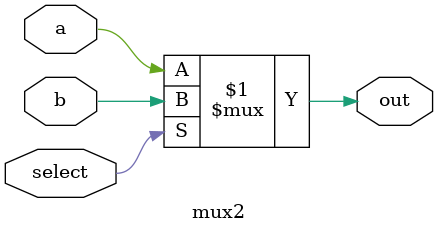
<source format=sv>
`ifndef __MUX2_SV__
`define __MUX2_SV__

/*
 * A 2:1 MUX.
 */
module mux2 #(
    parameter BITS = 1
) (
    input [BITS-1:0] a, // Input A
    input [BITS-1:0] b, // Input B
    input select, // Select
    output [BITS-1:0] out // Output
);

    assign out = select ? b : a;

`ifdef FORMAL
    /* Validate logic */
    always_comb begin
        if (select) begin
            assert(out == b);
        end else begin
            assert(out == a);
        end
    end
`endif

endmodule

`endif

</source>
